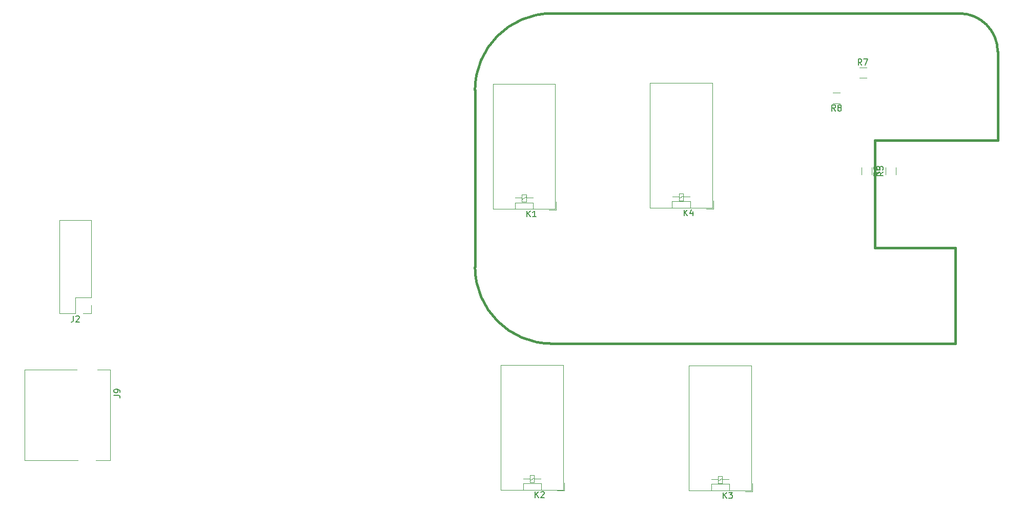
<source format=gbr>
G04 #@! TF.FileFunction,Legend,Top*
%FSLAX46Y46*%
G04 Gerber Fmt 4.6, Leading zero omitted, Abs format (unit mm)*
G04 Created by KiCad (PCBNEW 4.0.4+e1-6308~48~ubuntu15.10.1-stable) date Thu Jul 12 11:54:00 2018*
%MOMM*%
%LPD*%
G01*
G04 APERTURE LIST*
%ADD10C,0.100000*%
%ADD11C,0.120000*%
%ADD12C,0.381000*%
%ADD13C,0.150000*%
G04 APERTURE END LIST*
D10*
D11*
X67370000Y-78553000D02*
X62170000Y-78553000D01*
X67370000Y-91313000D02*
X67370000Y-78553000D01*
X62170000Y-93913000D02*
X62170000Y-78553000D01*
X67370000Y-91313000D02*
X64770000Y-91313000D01*
X64770000Y-91313000D02*
X64770000Y-93913000D01*
X64770000Y-93913000D02*
X62170000Y-93913000D01*
X67370000Y-92583000D02*
X67370000Y-93913000D01*
X67370000Y-93913000D02*
X66040000Y-93913000D01*
D12*
X210157080Y-83464400D02*
X210157080Y-83083400D01*
X210157080Y-83083400D02*
X196822080Y-83083400D01*
X196822080Y-83083400D02*
X196822080Y-65303400D01*
X196822080Y-65303400D02*
X217142080Y-65303400D01*
X217142080Y-65303400D02*
X217142080Y-64922400D01*
X143482080Y-98958400D02*
X210157080Y-98958400D01*
X210157080Y-98958400D02*
X210157080Y-83464400D01*
X217142080Y-64922400D02*
X217142080Y-51968400D01*
X217142080Y-50698400D02*
X217142080Y-51968400D01*
X143482080Y-44348400D02*
X210792080Y-44348400D01*
X130782080Y-57048400D02*
X130782080Y-86258400D01*
X143482080Y-44348400D02*
G75*
G03X130782080Y-57048400I0J-12700000D01*
G01*
X130782080Y-86258400D02*
G75*
G03X143482080Y-98958400I12700000J0D01*
G01*
X217142080Y-50698400D02*
G75*
G03X210792080Y-44348400I-6350000J0D01*
G01*
D11*
X144209820Y-76833060D02*
X142999820Y-76833060D01*
X144209820Y-75533060D02*
X144209820Y-76833060D01*
X144049820Y-76683060D02*
X144049820Y-56013060D01*
X144049820Y-56013060D02*
X133729820Y-56013060D01*
X133729820Y-56013060D02*
X133729820Y-76683060D01*
X133729820Y-76683060D02*
X144049820Y-76683060D01*
X140399820Y-76683060D02*
X140399820Y-75643060D01*
X140399820Y-75623060D02*
X137399820Y-75623060D01*
X137399820Y-75623060D02*
X137399820Y-76683060D01*
X139229820Y-74843060D02*
X140329820Y-74843060D01*
X138529820Y-74843060D02*
X137429820Y-74843060D01*
X139229820Y-74673060D02*
X138529820Y-75073060D01*
X139229820Y-75473060D02*
X139229820Y-74273060D01*
X139229820Y-74273060D02*
X138529820Y-74273060D01*
X138529820Y-74273060D02*
X138529820Y-75473060D01*
X138529820Y-75473060D02*
X139229820Y-75473060D01*
X70492160Y-118215120D02*
X68162160Y-118215120D01*
X70492160Y-103225120D02*
X68372160Y-103225120D01*
X70492160Y-118215120D02*
X70492160Y-103225120D01*
X56402160Y-118215120D02*
X56402160Y-103225120D01*
X65202160Y-118215120D02*
X56402160Y-118215120D01*
X65002160Y-103225120D02*
X56402160Y-103225120D01*
X145543240Y-123279500D02*
X144333240Y-123279500D01*
X145543240Y-121979500D02*
X145543240Y-123279500D01*
X145383240Y-123129500D02*
X145383240Y-102459500D01*
X145383240Y-102459500D02*
X135063240Y-102459500D01*
X135063240Y-102459500D02*
X135063240Y-123129500D01*
X135063240Y-123129500D02*
X145383240Y-123129500D01*
X141733240Y-123129500D02*
X141733240Y-122089500D01*
X141733240Y-122069500D02*
X138733240Y-122069500D01*
X138733240Y-122069500D02*
X138733240Y-123129500D01*
X140563240Y-121289500D02*
X141663240Y-121289500D01*
X139863240Y-121289500D02*
X138763240Y-121289500D01*
X140563240Y-121119500D02*
X139863240Y-121519500D01*
X140563240Y-121919500D02*
X140563240Y-120719500D01*
X140563240Y-120719500D02*
X139863240Y-120719500D01*
X139863240Y-120719500D02*
X139863240Y-121919500D01*
X139863240Y-121919500D02*
X140563240Y-121919500D01*
X176630340Y-123391260D02*
X175420340Y-123391260D01*
X176630340Y-122091260D02*
X176630340Y-123391260D01*
X176470340Y-123241260D02*
X176470340Y-102571260D01*
X176470340Y-102571260D02*
X166150340Y-102571260D01*
X166150340Y-102571260D02*
X166150340Y-123241260D01*
X166150340Y-123241260D02*
X176470340Y-123241260D01*
X172820340Y-123241260D02*
X172820340Y-122201260D01*
X172820340Y-122181260D02*
X169820340Y-122181260D01*
X169820340Y-122181260D02*
X169820340Y-123241260D01*
X171650340Y-121401260D02*
X172750340Y-121401260D01*
X170950340Y-121401260D02*
X169850340Y-121401260D01*
X171650340Y-121231260D02*
X170950340Y-121631260D01*
X171650340Y-122031260D02*
X171650340Y-120831260D01*
X171650340Y-120831260D02*
X170950340Y-120831260D01*
X170950340Y-120831260D02*
X170950340Y-122031260D01*
X170950340Y-122031260D02*
X171650340Y-122031260D01*
X170166000Y-76657000D02*
X168956000Y-76657000D01*
X170166000Y-75357000D02*
X170166000Y-76657000D01*
X170006000Y-76507000D02*
X170006000Y-55837000D01*
X170006000Y-55837000D02*
X159686000Y-55837000D01*
X159686000Y-55837000D02*
X159686000Y-76507000D01*
X159686000Y-76507000D02*
X170006000Y-76507000D01*
X166356000Y-76507000D02*
X166356000Y-75467000D01*
X166356000Y-75447000D02*
X163356000Y-75447000D01*
X163356000Y-75447000D02*
X163356000Y-76507000D01*
X165186000Y-74667000D02*
X166286000Y-74667000D01*
X164486000Y-74667000D02*
X163386000Y-74667000D01*
X165186000Y-74497000D02*
X164486000Y-74897000D01*
X165186000Y-75297000D02*
X165186000Y-74097000D01*
X165186000Y-74097000D02*
X164486000Y-74097000D01*
X164486000Y-74097000D02*
X164486000Y-75297000D01*
X164486000Y-75297000D02*
X165186000Y-75297000D01*
X194616180Y-71036740D02*
X194616180Y-69836740D01*
X196376180Y-69836740D02*
X196376180Y-71036740D01*
X200343660Y-69836740D02*
X200343660Y-71036740D01*
X198583660Y-71036740D02*
X198583660Y-69836740D01*
X195500000Y-55030000D02*
X194300000Y-55030000D01*
X194300000Y-53270000D02*
X195500000Y-53270000D01*
X189900000Y-57445000D02*
X191100000Y-57445000D01*
X191100000Y-59205000D02*
X189900000Y-59205000D01*
D13*
X64436667Y-94365381D02*
X64436667Y-95079667D01*
X64389047Y-95222524D01*
X64293809Y-95317762D01*
X64150952Y-95365381D01*
X64055714Y-95365381D01*
X64865238Y-94460619D02*
X64912857Y-94413000D01*
X65008095Y-94365381D01*
X65246191Y-94365381D01*
X65341429Y-94413000D01*
X65389048Y-94460619D01*
X65436667Y-94555857D01*
X65436667Y-94651095D01*
X65389048Y-94793952D01*
X64817619Y-95365381D01*
X65436667Y-95365381D01*
X139361725Y-77985441D02*
X139361725Y-76985441D01*
X139933154Y-77985441D02*
X139504582Y-77414012D01*
X139933154Y-76985441D02*
X139361725Y-77556870D01*
X140885535Y-77985441D02*
X140314106Y-77985441D01*
X140599820Y-77985441D02*
X140599820Y-76985441D01*
X140504582Y-77128298D01*
X140409344Y-77223536D01*
X140314106Y-77271155D01*
X71154541Y-107498453D02*
X71868827Y-107498453D01*
X72011684Y-107546073D01*
X72106922Y-107641311D01*
X72154541Y-107784168D01*
X72154541Y-107879406D01*
X72154541Y-106974644D02*
X72154541Y-106784168D01*
X72106922Y-106688929D01*
X72059303Y-106641310D01*
X71916446Y-106546072D01*
X71725970Y-106498453D01*
X71345017Y-106498453D01*
X71249779Y-106546072D01*
X71202160Y-106593691D01*
X71154541Y-106688929D01*
X71154541Y-106879406D01*
X71202160Y-106974644D01*
X71249779Y-107022263D01*
X71345017Y-107069882D01*
X71583112Y-107069882D01*
X71678350Y-107022263D01*
X71725970Y-106974644D01*
X71773589Y-106879406D01*
X71773589Y-106688929D01*
X71725970Y-106593691D01*
X71678350Y-106546072D01*
X71583112Y-106498453D01*
X140695145Y-124431881D02*
X140695145Y-123431881D01*
X141266574Y-124431881D02*
X140838002Y-123860452D01*
X141266574Y-123431881D02*
X140695145Y-124003310D01*
X141647526Y-123527119D02*
X141695145Y-123479500D01*
X141790383Y-123431881D01*
X142028479Y-123431881D01*
X142123717Y-123479500D01*
X142171336Y-123527119D01*
X142218955Y-123622357D01*
X142218955Y-123717595D01*
X142171336Y-123860452D01*
X141599907Y-124431881D01*
X142218955Y-124431881D01*
X171782245Y-124543641D02*
X171782245Y-123543641D01*
X172353674Y-124543641D02*
X171925102Y-123972212D01*
X172353674Y-123543641D02*
X171782245Y-124115070D01*
X172687007Y-123543641D02*
X173306055Y-123543641D01*
X172972721Y-123924593D01*
X173115579Y-123924593D01*
X173210817Y-123972212D01*
X173258436Y-124019831D01*
X173306055Y-124115070D01*
X173306055Y-124353165D01*
X173258436Y-124448403D01*
X173210817Y-124496022D01*
X173115579Y-124543641D01*
X172829864Y-124543641D01*
X172734626Y-124496022D01*
X172687007Y-124448403D01*
X165317905Y-77809381D02*
X165317905Y-76809381D01*
X165889334Y-77809381D02*
X165460762Y-77237952D01*
X165889334Y-76809381D02*
X165317905Y-77380810D01*
X166746477Y-77142714D02*
X166746477Y-77809381D01*
X166508381Y-76761762D02*
X166270286Y-77476048D01*
X166889334Y-77476048D01*
X197648561Y-70603406D02*
X197172370Y-70936740D01*
X197648561Y-71174835D02*
X196648561Y-71174835D01*
X196648561Y-70793882D01*
X196696180Y-70698644D01*
X196743799Y-70651025D01*
X196839037Y-70603406D01*
X196981894Y-70603406D01*
X197077132Y-70651025D01*
X197124751Y-70698644D01*
X197172370Y-70793882D01*
X197172370Y-71174835D01*
X196648561Y-69746263D02*
X196648561Y-69936740D01*
X196696180Y-70031978D01*
X196743799Y-70079597D01*
X196886656Y-70174835D01*
X197077132Y-70222454D01*
X197458085Y-70222454D01*
X197553323Y-70174835D01*
X197600942Y-70127216D01*
X197648561Y-70031978D01*
X197648561Y-69841501D01*
X197600942Y-69746263D01*
X197553323Y-69698644D01*
X197458085Y-69651025D01*
X197219990Y-69651025D01*
X197124751Y-69698644D01*
X197077132Y-69746263D01*
X197029513Y-69841501D01*
X197029513Y-70031978D01*
X197077132Y-70127216D01*
X197124751Y-70174835D01*
X197219990Y-70222454D01*
X198216041Y-70603406D02*
X197739850Y-70936740D01*
X198216041Y-71174835D02*
X197216041Y-71174835D01*
X197216041Y-70793882D01*
X197263660Y-70698644D01*
X197311279Y-70651025D01*
X197406517Y-70603406D01*
X197549374Y-70603406D01*
X197644612Y-70651025D01*
X197692231Y-70698644D01*
X197739850Y-70793882D01*
X197739850Y-71174835D01*
X197216041Y-69698644D02*
X197216041Y-70174835D01*
X197692231Y-70222454D01*
X197644612Y-70174835D01*
X197596993Y-70079597D01*
X197596993Y-69841501D01*
X197644612Y-69746263D01*
X197692231Y-69698644D01*
X197787470Y-69651025D01*
X198025565Y-69651025D01*
X198120803Y-69698644D01*
X198168422Y-69746263D01*
X198216041Y-69841501D01*
X198216041Y-70079597D01*
X198168422Y-70174835D01*
X198120803Y-70222454D01*
X194677454Y-52898041D02*
X194344120Y-52421850D01*
X194106025Y-52898041D02*
X194106025Y-51898041D01*
X194486978Y-51898041D01*
X194582216Y-51945660D01*
X194629835Y-51993279D01*
X194677454Y-52088517D01*
X194677454Y-52231374D01*
X194629835Y-52326612D01*
X194582216Y-52374231D01*
X194486978Y-52421850D01*
X194106025Y-52421850D01*
X195010787Y-51898041D02*
X195677454Y-51898041D01*
X195248882Y-52898041D01*
X190333334Y-60477381D02*
X190000000Y-60001190D01*
X189761905Y-60477381D02*
X189761905Y-59477381D01*
X190142858Y-59477381D01*
X190238096Y-59525000D01*
X190285715Y-59572619D01*
X190333334Y-59667857D01*
X190333334Y-59810714D01*
X190285715Y-59905952D01*
X190238096Y-59953571D01*
X190142858Y-60001190D01*
X189761905Y-60001190D01*
X190904762Y-59905952D02*
X190809524Y-59858333D01*
X190761905Y-59810714D01*
X190714286Y-59715476D01*
X190714286Y-59667857D01*
X190761905Y-59572619D01*
X190809524Y-59525000D01*
X190904762Y-59477381D01*
X191095239Y-59477381D01*
X191190477Y-59525000D01*
X191238096Y-59572619D01*
X191285715Y-59667857D01*
X191285715Y-59715476D01*
X191238096Y-59810714D01*
X191190477Y-59858333D01*
X191095239Y-59905952D01*
X190904762Y-59905952D01*
X190809524Y-59953571D01*
X190761905Y-60001190D01*
X190714286Y-60096429D01*
X190714286Y-60286905D01*
X190761905Y-60382143D01*
X190809524Y-60429762D01*
X190904762Y-60477381D01*
X191095239Y-60477381D01*
X191190477Y-60429762D01*
X191238096Y-60382143D01*
X191285715Y-60286905D01*
X191285715Y-60096429D01*
X191238096Y-60001190D01*
X191190477Y-59953571D01*
X191095239Y-59905952D01*
M02*

</source>
